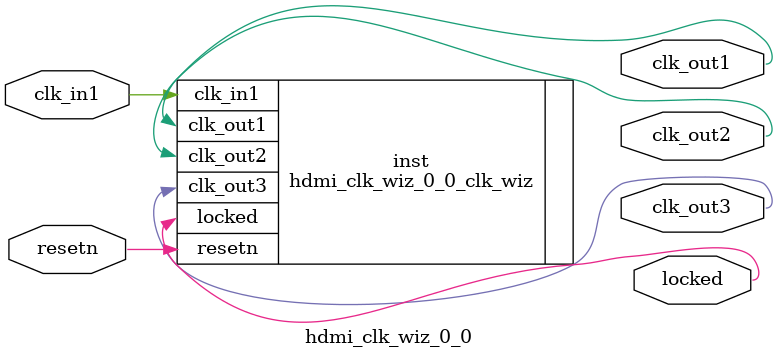
<source format=v>


`timescale 1ps/1ps

(* CORE_GENERATION_INFO = "hdmi_clk_wiz_0_0,clk_wiz_v6_0_1_0_0,{component_name=hdmi_clk_wiz_0_0,use_phase_alignment=true,use_min_o_jitter=false,use_max_i_jitter=false,use_dyn_phase_shift=false,use_inclk_switchover=false,use_dyn_reconfig=false,enable_axi=0,feedback_source=FDBK_AUTO,PRIMITIVE=MMCM,num_out_clk=3,clkin1_period=10.000,clkin2_period=10.000,use_power_down=false,use_reset=true,use_locked=true,use_inclk_stopped=false,feedback_type=SINGLE,CLOCK_MGR_TYPE=NA,manual_override=false}" *)

module hdmi_clk_wiz_0_0 
 (
  // Clock out ports
  output        clk_out1,
  output        clk_out2,
  output        clk_out3,
  // Status and control signals
  input         resetn,
  output        locked,
 // Clock in ports
  input         clk_in1
 );

  hdmi_clk_wiz_0_0_clk_wiz inst
  (
  // Clock out ports  
  .clk_out1(clk_out1),
  .clk_out2(clk_out2),
  .clk_out3(clk_out3),
  // Status and control signals               
  .resetn(resetn), 
  .locked(locked),
 // Clock in ports
  .clk_in1(clk_in1)
  );

endmodule

</source>
